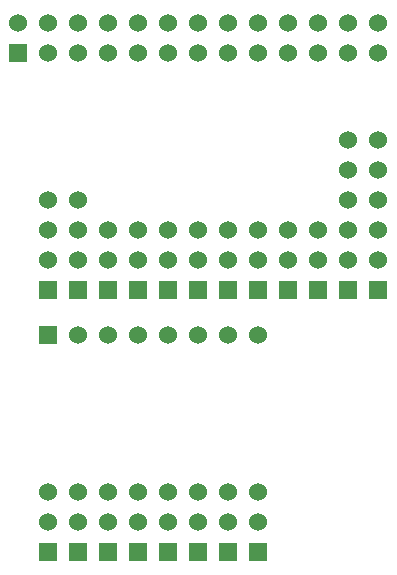
<source format=gbs>
G04 (created by PCBNEW (2013-07-07 BZR 4022)-stable) date 11/15/2014 7:33:56 AM*
%MOIN*%
G04 Gerber Fmt 3.4, Leading zero omitted, Abs format*
%FSLAX34Y34*%
G01*
G70*
G90*
G04 APERTURE LIST*
%ADD10C,0.00590551*%
%ADD11R,0.06X0.06*%
%ADD12C,0.06*%
G04 APERTURE END LIST*
G54D10*
G54D11*
X750Y-1850D03*
G54D12*
X750Y-850D03*
X1750Y-1850D03*
X1750Y-850D03*
X2750Y-1850D03*
X2750Y-850D03*
X3750Y-1850D03*
X3750Y-850D03*
X4750Y-1850D03*
X4750Y-850D03*
X5750Y-1850D03*
X5750Y-850D03*
X6750Y-1850D03*
X6750Y-850D03*
X7750Y-1850D03*
X7750Y-850D03*
X8750Y-1850D03*
X8750Y-850D03*
X9750Y-1850D03*
X9750Y-850D03*
X10750Y-1850D03*
X10750Y-850D03*
X11750Y-1850D03*
X11750Y-850D03*
X12750Y-1850D03*
X12750Y-850D03*
G54D11*
X3750Y-9750D03*
G54D12*
X3750Y-8750D03*
X3750Y-7750D03*
G54D11*
X6750Y-9750D03*
G54D12*
X6750Y-8750D03*
X6750Y-7750D03*
G54D11*
X7750Y-9750D03*
G54D12*
X7750Y-8750D03*
X7750Y-7750D03*
G54D11*
X5750Y-9750D03*
G54D12*
X5750Y-8750D03*
X5750Y-7750D03*
G54D11*
X8750Y-9750D03*
G54D12*
X8750Y-8750D03*
X8750Y-7750D03*
G54D11*
X9750Y-9750D03*
G54D12*
X9750Y-8750D03*
X9750Y-7750D03*
G54D11*
X10750Y-9750D03*
G54D12*
X10750Y-8750D03*
X10750Y-7750D03*
G54D11*
X4750Y-9750D03*
G54D12*
X4750Y-8750D03*
X4750Y-7750D03*
G54D11*
X11750Y-9750D03*
G54D12*
X11750Y-8750D03*
X11750Y-7750D03*
X11750Y-6750D03*
X11750Y-5750D03*
X11750Y-4750D03*
G54D11*
X12750Y-9750D03*
G54D12*
X12750Y-8750D03*
X12750Y-7750D03*
X12750Y-6750D03*
X12750Y-5750D03*
X12750Y-4750D03*
G54D11*
X1750Y-9750D03*
G54D12*
X1750Y-8750D03*
X1750Y-7750D03*
X1750Y-6750D03*
G54D11*
X2750Y-9750D03*
G54D12*
X2750Y-8750D03*
X2750Y-7750D03*
X2750Y-6750D03*
X6750Y-11250D03*
X5750Y-11250D03*
G54D11*
X1750Y-11250D03*
G54D12*
X2750Y-11250D03*
X3750Y-11250D03*
X4750Y-11250D03*
X7750Y-11250D03*
X8750Y-11250D03*
G54D11*
X8750Y-18500D03*
G54D12*
X8750Y-17500D03*
X8750Y-16500D03*
G54D11*
X7750Y-18500D03*
G54D12*
X7750Y-17500D03*
X7750Y-16500D03*
G54D11*
X6750Y-18500D03*
G54D12*
X6750Y-17500D03*
X6750Y-16500D03*
G54D11*
X5750Y-18500D03*
G54D12*
X5750Y-17500D03*
X5750Y-16500D03*
G54D11*
X4750Y-18500D03*
G54D12*
X4750Y-17500D03*
X4750Y-16500D03*
G54D11*
X3750Y-18500D03*
G54D12*
X3750Y-17500D03*
X3750Y-16500D03*
G54D11*
X2750Y-18500D03*
G54D12*
X2750Y-17500D03*
X2750Y-16500D03*
G54D11*
X1750Y-18500D03*
G54D12*
X1750Y-17500D03*
X1750Y-16500D03*
M02*

</source>
